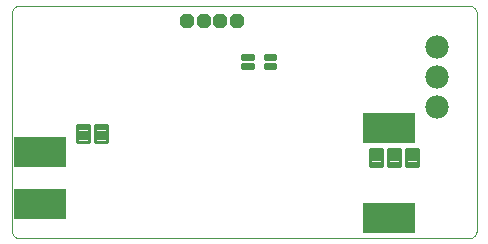
<source format=gbs>
G75*
%MOIN*%
%OFA0B0*%
%FSLAX24Y24*%
%IPPOS*%
%LPD*%
%AMOC8*
5,1,8,0,0,1.08239X$1,22.5*
%
%ADD10C,0.0000*%
%ADD11R,0.1750X0.1000*%
%ADD12C,0.0780*%
%ADD13OC8,0.0480*%
%ADD14C,0.0110*%
%ADD15C,0.0120*%
D10*
X000425Y000238D02*
X015425Y000238D01*
X015455Y000240D01*
X015485Y000245D01*
X015514Y000254D01*
X015541Y000267D01*
X015567Y000282D01*
X015591Y000301D01*
X015612Y000322D01*
X015631Y000346D01*
X015646Y000372D01*
X015659Y000399D01*
X015668Y000428D01*
X015673Y000458D01*
X015675Y000488D01*
X015675Y007738D01*
X015673Y007768D01*
X015668Y007798D01*
X015659Y007827D01*
X015646Y007854D01*
X015631Y007880D01*
X015612Y007904D01*
X015591Y007925D01*
X015567Y007944D01*
X015541Y007959D01*
X015514Y007972D01*
X015485Y007981D01*
X015455Y007986D01*
X015425Y007988D01*
X000425Y007988D01*
X000395Y007986D01*
X000365Y007981D01*
X000336Y007972D01*
X000309Y007959D01*
X000283Y007944D01*
X000259Y007925D01*
X000238Y007904D01*
X000219Y007880D01*
X000204Y007854D01*
X000191Y007827D01*
X000182Y007798D01*
X000177Y007768D01*
X000175Y007738D01*
X000175Y000488D01*
X000177Y000458D01*
X000182Y000428D01*
X000191Y000399D01*
X000204Y000372D01*
X000219Y000346D01*
X000238Y000322D01*
X000259Y000301D01*
X000283Y000282D01*
X000309Y000267D01*
X000336Y000254D01*
X000365Y000245D01*
X000395Y000240D01*
X000425Y000238D01*
D11*
X001113Y001363D03*
X001113Y003113D03*
X012738Y003925D03*
X012738Y000925D03*
D12*
X014363Y004613D03*
X014363Y005613D03*
X014363Y006613D03*
D13*
X007675Y007488D03*
X007125Y007488D03*
X006575Y007488D03*
X006025Y007488D03*
D14*
X003358Y004018D02*
X002968Y004018D01*
X003358Y004018D02*
X003358Y003458D01*
X002968Y003458D01*
X002968Y004018D01*
X002968Y003567D02*
X003358Y003567D01*
X003358Y003676D02*
X002968Y003676D01*
X002968Y003785D02*
X003358Y003785D01*
X003358Y003894D02*
X002968Y003894D01*
X002968Y004003D02*
X003358Y004003D01*
X002758Y004018D02*
X002368Y004018D01*
X002758Y004018D02*
X002758Y003458D01*
X002368Y003458D01*
X002368Y004018D01*
X002368Y003567D02*
X002758Y003567D01*
X002758Y003676D02*
X002368Y003676D01*
X002368Y003785D02*
X002758Y003785D01*
X002758Y003894D02*
X002368Y003894D01*
X002368Y004003D02*
X002758Y004003D01*
X012130Y002645D02*
X012520Y002645D01*
X012130Y002645D02*
X012130Y003205D01*
X012520Y003205D01*
X012520Y002645D01*
X012520Y002754D02*
X012130Y002754D01*
X012130Y002863D02*
X012520Y002863D01*
X012520Y002972D02*
X012130Y002972D01*
X012130Y003081D02*
X012520Y003081D01*
X012520Y003190D02*
X012130Y003190D01*
X012730Y002645D02*
X013120Y002645D01*
X012730Y002645D02*
X012730Y003205D01*
X013120Y003205D01*
X013120Y002645D01*
X013120Y002754D02*
X012730Y002754D01*
X012730Y002863D02*
X013120Y002863D01*
X013120Y002972D02*
X012730Y002972D01*
X012730Y003081D02*
X013120Y003081D01*
X013120Y003190D02*
X012730Y003190D01*
X013330Y002645D02*
X013720Y002645D01*
X013330Y002645D02*
X013330Y003205D01*
X013720Y003205D01*
X013720Y002645D01*
X013720Y002754D02*
X013330Y002754D01*
X013330Y002863D02*
X013720Y002863D01*
X013720Y002972D02*
X013330Y002972D01*
X013330Y003081D02*
X013720Y003081D01*
X013720Y003190D02*
X013330Y003190D01*
D15*
X008960Y005903D02*
X008960Y006023D01*
X008960Y005903D02*
X008640Y005903D01*
X008640Y006023D01*
X008960Y006023D01*
X008960Y006022D02*
X008640Y006022D01*
X008960Y006203D02*
X008960Y006323D01*
X008960Y006203D02*
X008640Y006203D01*
X008640Y006323D01*
X008960Y006323D01*
X008960Y006322D02*
X008640Y006322D01*
X008210Y006323D02*
X008210Y006203D01*
X007890Y006203D01*
X007890Y006323D01*
X008210Y006323D01*
X008210Y006322D02*
X007890Y006322D01*
X008210Y006023D02*
X008210Y005903D01*
X007890Y005903D01*
X007890Y006023D01*
X008210Y006023D01*
X008210Y006022D02*
X007890Y006022D01*
M02*

</source>
